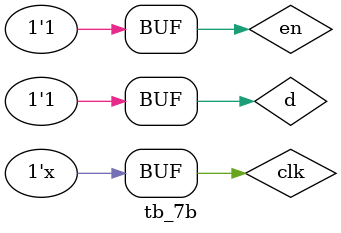
<source format=v>
module tb_7b;
  reg d,en;
  reg clk=0;
  wire q;
d_ff_gate dut(.d(d),.clk(clk),.en(en),.q(q));
always #5 clk =~clk;
initial begin
  d=1;
  en=1;
  #5 d=0;
  #5 en=0;
  #5 d=1;
  #5 en=0;
  #5 d=0;
  #5 en =1;
  #5 d=1;
end
endmodule

   

</source>
